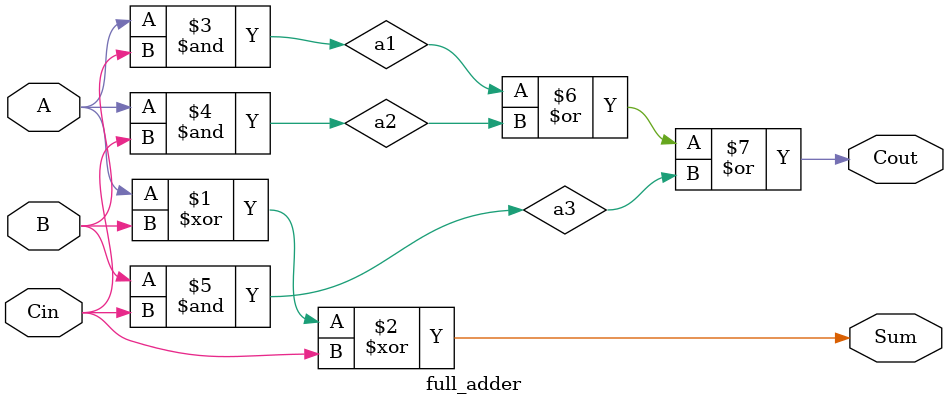
<source format=sv>
module full_adder(
    input  logic A,
    input  logic B,
    input  logic Cin,
    output logic Sum,
    output logic Cout
);

    logic a1,a2,a3;

    xor(Sum, A, B, Cin);
    and(a1, A, B);
    and(a2, A, Cin);
    and(a3, B, Cin);
    or(Cout, a1, a2, a3);

endmodule

</source>
